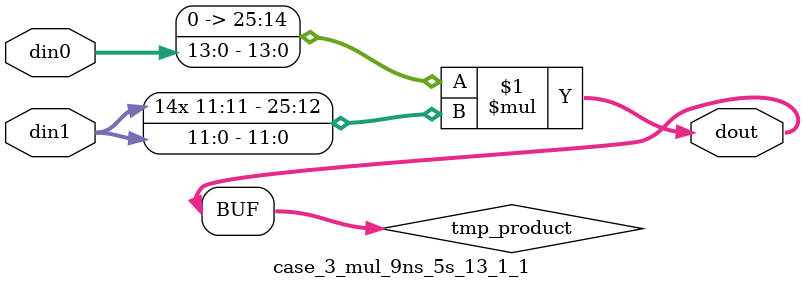
<source format=v>

`timescale 1 ns / 1 ps

 (* use_dsp = "no" *)  module case_3_mul_9ns_5s_13_1_1(din0, din1, dout);
parameter ID = 1;
parameter NUM_STAGE = 0;
parameter din0_WIDTH = 14;
parameter din1_WIDTH = 12;
parameter dout_WIDTH = 26;

input [din0_WIDTH - 1 : 0] din0; 
input [din1_WIDTH - 1 : 0] din1; 
output [dout_WIDTH - 1 : 0] dout;

wire signed [dout_WIDTH - 1 : 0] tmp_product;

























assign tmp_product = $signed({1'b0, din0}) * $signed(din1);










assign dout = tmp_product;





















endmodule

</source>
